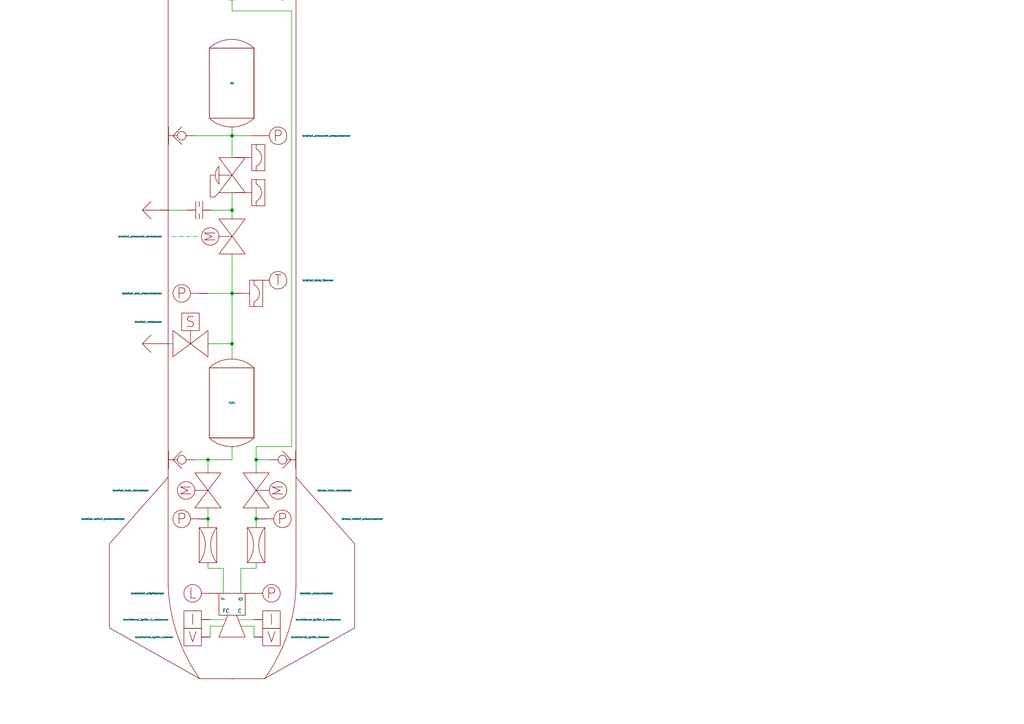
<source format=kicad_sch>
(kicad_sch (version 20231120) (generator "eeschema") (generator_version "8.0")
  (paper "A4")
  (lib_symbols
    (symbol "Label_1" (pin_names (offset 1.016))
      (property "Value" "Voltages" (at 0 0 0))
      (symbol "Label_1_0_0"
        (rectangle (start -12.319 3.556) (end 12.192 -3.556))
      )
    )
    (symbol "PnID-Lib:BurstDisc" (pin_numbers hide) (pin_names (offset 1.016))
      (property "Reference" "BurstDisc" (at 3.81 0.508 0))
      (symbol "BurstDisc_0_0"
        (rectangle (start -2.54 3.81) (end 1.27 -3.81))
        (arc (start -1.27 -2.54) (mid 0.2998 0) (end -1.27 2.54))
        (polyline (pts (xy -5.08 0) (xy -2.54 0)))
        (polyline (pts (xy -1.27 -3.81) (xy -1.27 -2.54)))
        (polyline (pts (xy -1.27 3.81) (xy -1.27 2.54)))
      )
      (symbol "BurstDisc_1_1"
        (pin bidirectional line (at -7.62 0 0) (length 2.54) (name "~") (number "~"))
      )
    )
    (symbol "PnID-Lib:Camera" (pin_names (offset 1.016))
      (property "Value" "Camera" (at 0 3.81 0))
      (symbol "Camera_0_1"
        (polyline (pts (xy 4.064 1.524) (xy 2.286 1.016)))
        (rectangle (start 2.286 2.286) (end -2.286 -2.286))
        (arc (start 4.064 -1.524) (mid 4.5823 0) (end 4.064 1.524))
      )
      (symbol "Camera_1_1"
        (polyline (pts (xy 2.286 -1.016) (xy 4.064 -1.524)))
      )
    )
    (symbol "PnID-Lib:CheckValve" (pin_numbers hide) (pin_names (offset 1.016))
      (property "Reference" "CheckValve" (at 0 -3.302 0))
      (symbol "CheckValve_0_0"
        (polyline (pts (xy 2.54 2.54) (xy 2.54 -2.54)))
        (polyline (pts (xy -2.54 2.54) (xy -2.54 -2.54) (xy 2.54 0) (xy -2.54 2.54)))
      )
      (symbol "CheckValve_1_1"
        (pin bidirectional line (at -2.54 0 0) (length 0) (name "~") (number "~"))
        (pin bidirectional line (at 2.54 0 180) (length 0) (name "~") (number "~"))
      )
    )
    (symbol "PnID-Lib:Engine" (pin_numbers hide) (pin_names (offset 1.016))
      (property "Reference" "Engine" (at 0 -11.43 0))
      (symbol "Engine_0_0"
        (rectangle (start -3.81 2.54) (end 3.81 -3.81))
        (polyline (pts (xy -1.27 -3.81) (xy -3.81 -10.16) (xy 3.81 -10.16) (xy 1.27 -3.81)))
      )
      (symbol "Engine_1_1"
        (pin bidirectional line (at 3.81 -2.54 180) (length 0) (name "C") (number "~"))
        (pin input line (at -2.54 2.54 270) (length 0) (name "F") (number "~"))
        (pin input line (at -3.81 -2.54 0) (length 0) (name "FC") (number "~"))
        (pin input line (at 2.54 2.54 270) (length 0) (name "O") (number "~"))
      )
    )
    (symbol "PnID-Lib:Flowchart_State" (pin_names (offset 1.016))
      (property "Value" "Flowchart_State" (at 0 0 0))
      (symbol "Flowchart_State_0_1"
        (rectangle (start -5.08 2.54) (end 5.08 -2.54))
      )
    )
    (symbol "PnID-Lib:Label" (pin_names (offset 1.016))
      (property "Value" "Label" (at 0 0 0))
      (symbol "Label_0_0"
        (rectangle (start -12.319 3.556) (end 12.192 -3.556))
      )
    )
    (symbol "PnID-Lib:Orifice" (pin_numbers hide) (pin_names (offset 1.016))
      (property "Reference" "Orifice" (at 0 -5.08 0))
      (symbol "Orifice_0_1"
        (polyline (pts (xy -1.016 2.54) (xy -1.016 -2.54)))
        (polyline (pts (xy 0 -2.54) (xy 0 -1.016)))
        (polyline (pts (xy 0 2.54) (xy 0 1.016)))
        (polyline (pts (xy 1.016 2.54) (xy 1.016 -2.54)))
      )
      (symbol "Orifice_1_1"
        (pin bidirectional line (at -3.556 0 0) (length 2.54) (name "~") (number "~"))
        (pin bidirectional line (at 3.556 0 180) (length 2.54) (name "~") (number "~"))
      )
    )
    (symbol "PnID-Lib:PressureRegulator" (pin_numbers hide) (pin_names (offset 1.016))
      (property "Reference" "PressureRegulator" (at 0 -5.08 0))
      (property "Value" "PressureRegulator" (at 0 -6.35 0))
      (symbol "PressureRegulator_0_0"
        (polyline (pts (xy -2.54 3.81) (xy 2.54 3.81)))
        (polyline (pts (xy 0 0) (xy 0 3.81)))
        (polyline (pts (xy -5.08 3.81) (xy -6.35 5.08) (xy -6.35 6.35) (xy 0 6.35) (xy 0 5.08)))
        (arc (start 2.54 3.81) (mid 0 4.8621) (end -2.54 3.81))
      )
      (symbol "PressureRegulator_1_1"
        (polyline (pts (xy 0 0) (xy -5.08 3.81) (xy -5.08 -3.81) (xy 0 0)))
        (polyline (pts (xy 5.08 3.81) (xy 0 0) (xy 5.08 -3.81) (xy 5.08 3.81)))
        (pin bidirectional line (at -5.08 0 0) (length 0) (name "~") (number "~"))
        (pin bidirectional line (at 5.08 0 180) (length 0) (name "~") (number "~"))
      )
    )
    (symbol "PnID-Lib:QuickConnect_Half" (pin_numbers hide) (pin_names (offset 1.016))
      (property "Reference" "QuickConnect" (at 0 -5.08 0))
      (property "Value" "QuickConnect_Half" (at 0 -7.62 0))
      (symbol "QuickConnect_Half_0_0"
        (circle (center -3.81 0) (radius 1.27))
        (polyline (pts (xy -1.27 0) (xy -3.81 -2.54)))
        (polyline (pts (xy -1.27 0) (xy -2.54 0)))
        (polyline (pts (xy 0 2.54) (xy 0 -2.54)))
        (polyline (pts (xy 0 0) (xy -1.27 0) (xy -3.81 2.54)))
      )
      (symbol "QuickConnect_Half_1_1"
        (pin bidirectional line (at -7.62 0 0) (length 2.54) (name "~") (number "~"))
      )
    )
    (symbol "PnID-Lib:Rocket_Big" (pin_names (offset 1.016))
      (property "Reference" "U" (at 0 17.526 0))
      (property "Value" "Rocket_Big" (at 0 -1.524 0))
      (symbol "Rocket_Big_0_1"
        (polyline (pts (xy -18.542 -282.702) (xy -18.542 -15.748)))
        (polyline (pts (xy 0 -309.88) (xy 9.398 -309.88)))
        (polyline (pts (xy 18.542 -282.702) (xy 18.542 -15.748)))
        (polyline (pts (xy 9.398 -309.88) (xy 35.56 -295.148) (xy 35.56 -270.764) (xy 18.542 -251.46)))
        (arc (start 18.542 -15.748) (mid 13.7941 13.2641) (end 0 39.37))
      )
      (symbol "Rocket_Big_1_1"
        (arc (start -18.542 -282.702) (mid -16.0339 -296.9921) (end -9.398 -309.88))
        (polyline (pts (xy -9.398 -309.88) (xy 0 -309.88)))
        (polyline (pts (xy -9.398 -309.88) (xy -35.56 -295.148) (xy -35.56 -270.764) (xy -18.542 -251.46)))
        (arc (start 0 39.37) (mid -13.6518 13.3198) (end -18.542 -15.748))
        (arc (start 9.398 -309.88) (mid 15.9522 -296.9648) (end 18.542 -282.702))
      )
    )
    (symbol "PnID-Lib:Rocket_Channel" (pin_names (offset 1.016))
      (property "Reference" "R" (at 0 1.27 0))
      (property "Value" "Rocket_Channel" (at 10.414 1.27 0))
      (property "Unit" " " (at 0 0 0))
      (property "Action_Reference" " " (at 0 0 0))
      (property "Data_Content" " " (at 0 0 0))
      (symbol "Rocket_Channel_0_1"
        (arc (start -1.27 -1.778) (mid -1.166 -3.0783) (end -0.762 -4.318))
        (polyline (pts (xy -1.27 4.572) (xy -1.27 -1.778)))
        (polyline (pts (xy 0.762 -4.318) (xy -0.762 -4.318)))
        (polyline (pts (xy 1.27 4.572) (xy 1.27 -1.778)))
        (polyline (pts (xy 0.762 -4.318) (xy 2.54 -3.048) (xy 2.54 -1.016) (xy 1.27 0)))
        (arc (start 0 8.382) (mid -0.9522 6.5827) (end -1.27 4.572))
      )
      (symbol "Rocket_Channel_1_1"
        (polyline (pts (xy -0.762 -4.318) (xy -2.54 -3.048) (xy -2.54 -1.016) (xy -1.27 0)))
        (arc (start 0.762 -4.318) (mid 1.1615 -3.0774) (end 1.27 -1.778))
        (arc (start 1.27 4.572) (mid 0.9522 6.5827) (end 0 8.382))
      )
    )
    (symbol "PnID-Lib:Sensor_Load" (pin_numbers hide) (pin_names (offset 1.016))
      (property "Reference" "Sensor_Load" (at 6.35 0.762 0))
      (property "Value" "Sensor_Load" (at 6.35 -0.762 0))
      (property "Data_Content" " " (at 0 0 0))
      (symbol "Sensor_Load_0_0"
        (polyline (pts (xy -5.08 0) (xy -2.54 0)))
        (circle (center 0 0) (radius 2.54))
        (text "L" (at 0 0 0) (effects (font (size 2.9972 2.9972))))
      )
      (symbol "Sensor_Load_1_1"
        (pin bidirectional line (at -7.62 0 0) (length 2.54) (name "~") (number "~"))
      )
    )
    (symbol "PnID-Lib:Sensor_Pressure" (pin_numbers hide) (pin_names (offset 1.016))
      (property "Reference" "Sensor_Pressure" (at 6.35 0.762 0))
      (property "Value" "Sensor_Pressure" (at 6.35 -0.762 0))
      (property "Data_Content" " " (at 0 0 0))
      (symbol "Sensor_Pressure_0_0"
        (polyline (pts (xy -5.08 0) (xy -2.54 0)))
        (circle (center 0 0) (radius 2.54))
        (text "P" (at 0 0 0) (effects (font (size 2.9972 2.9972))))
      )
      (symbol "Sensor_Pressure_1_1"
        (pin bidirectional line (at -7.62 0 0) (length 2.54) (name "~") (number "~"))
      )
    )
    (symbol "PnID-Lib:Sensor_Temperature" (pin_numbers hide) (pin_names (offset 1.016))
      (property "Reference" "Sensor_Temperature" (at 7.112 0.762 0))
      (property "Value" "Sensor_Temperature" (at 7.112 -0.762 0))
      (symbol "Sensor_Temperature_0_0"
        (polyline (pts (xy -5.08 0) (xy -2.54 0)))
        (text "T" (at 0 0 0) (effects (font (size 2.9972 2.9972))))
      )
      (symbol "Sensor_Temperature_0_1"
        (circle (center 0 0) (radius 2.54))
      )
      (symbol "Sensor_Temperature_1_1"
        (pin bidirectional line (at -7.62 0 0) (length 2.54) (name "~") (number "~"))
      )
    )
    (symbol "PnID-Lib:Tank_Slim" (pin_numbers hide) (pin_names (offset 1.016))
      (property "Reference" "Tank_Slim" (at 0 1.27 0))
      (property "Value" "Tank_Slim" (at 0 -1.27 0))
      (symbol "Tank_Slim_0_0"
        (polyline (pts (xy 6.35 10.16) (xy 6.35 -10.16)))
      )
      (symbol "Tank_Slim_0_1"
        (rectangle (start -6.604 -10.16) (end 6.35 10.16))
        (polyline (pts (xy -6.604 10.16) (xy -6.604 -10.16)))
        (polyline (pts (xy -6.35 -10.16) (xy 6.35 -10.16)))
        (polyline (pts (xy -6.35 10.16) (xy 6.35 10.16)))
        (arc (start 6.35 10.16) (mid -0.127 12.7008) (end -6.604 10.16))
      )
      (symbol "Tank_Slim_1_1"
        (arc (start -6.604 -10.16) (mid -0.127 -12.7008) (end 6.35 -10.16))
        (pin bidirectional line (at 0 -12.7 90) (length 0) (name "~") (number "~"))
        (pin bidirectional line (at 0 12.7 270) (length 0) (name "~") (number "~"))
      )
    )
    (symbol "PnID-Lib:Valve_Servo" (pin_numbers hide) (pin_names (offset 1.016))
      (property "Reference" "Valve_Servo" (at 0 -4.064 0))
      (property "Value" "Valve_Servo" (at 0 -5.334 0))
      (symbol "Valve_Servo_0_0"
        (polyline (pts (xy 0 0) (xy 0 3.81)))
        (circle (center 0 6.35) (radius 2.54))
        (text "M" (at 0 6.35 0) (effects (font (size 2.9972 2.9972))))
      )
      (symbol "Valve_Servo_0_1"
        (polyline (pts (xy 0 0) (xy -5.08 3.81) (xy -5.08 -3.81) (xy 0 0)))
      )
      (symbol "Valve_Servo_1_1"
        (polyline (pts (xy 5.08 3.81) (xy 0 0) (xy 5.08 -3.81) (xy 5.08 3.81)))
        (pin bidirectional line (at -5.08 0 0) (length 0) (name "~") (number "~"))
        (pin bidirectional line (at 5.08 0 180) (length 0) (name "~") (number "~"))
      )
    )
    (symbol "PnID-Lib:Valve_Solenoid_NO" (pin_numbers hide) (pin_names (offset 1.016))
      (property "Reference" "Valve_Solenoid" (at 0.254 -4.318 0))
      (property "Value" "Valve_Solenoid_NO" (at 0.254 -5.588 0))
      (symbol "Valve_Solenoid_NO_0_0"
        (rectangle (start -2.54 3.81) (end 2.54 8.89))
        (text "S" (at 0 6.35 0) (effects (font (size 2.9972 2.9972))))
      )
      (symbol "Valve_Solenoid_NO_0_1"
        (polyline (pts (xy 0 3.81) (xy 0 0)))
      )
      (symbol "Valve_Solenoid_NO_1_1"
        (polyline (pts (xy 0 0) (xy -5.08 3.81) (xy -5.08 -3.81) (xy 0 0)))
        (polyline (pts (xy 5.08 3.81) (xy 0 0) (xy 5.08 -3.81) (xy 5.08 3.81)))
        (pin bidirectional line (at -5.08 0 0) (length 0) (name "~") (number "~"))
        (pin bidirectional line (at 5.08 0 180) (length 0) (name "~") (number "~"))
      )
    )
    (symbol "PnID-Lib:Vent" (pin_numbers hide) (pin_names (offset 1.016))
      (property "Reference" "Vent" (at 2.54 1.27 0))
      (symbol "Vent_0_0"
        (polyline (pts (xy 0 0) (xy -5.08 0)))
        (polyline (pts (xy -2.54 2.54) (xy 0 0) (xy -2.54 -2.54)))
      )
      (symbol "Vent_1_1"
        (pin bidirectional line (at -7.62 0 0) (length 2.54) (name "~") (number "~"))
      )
    )
    (symbol "PnID-Lib:Venturi" (pin_numbers hide) (pin_names (offset 1.016))
      (property "Reference" "Venturi" (at 0 -5.08 0))
      (symbol "Venturi_0_0"
        (rectangle (start -5.08 2.54) (end 5.08 -2.54))
        (arc (start -5.08 2.54) (mid 0 0.758) (end 5.08 2.54))
        (arc (start 5.08 -2.54) (mid 0 -0.758) (end -5.08 -2.54))
      )
      (symbol "Venturi_1_1"
        (pin bidirectional line (at -5.08 0 0) (length 0) (name "~") (number "~"))
        (pin bidirectional line (at 5.08 0 180) (length 0) (name "~") (number "~"))
      )
    )
    (symbol "PnID-Lib:igniter" (pin_names (offset 1.016))
      (property "Value" "igniter" (at -5.08 0 0))
      (symbol "igniter_0_0"
        (text "I" (at 0 0 0) (effects (font (size 2.9972 2.9972))))
      )
      (symbol "igniter_0_1"
        (rectangle (start -2.54 2.54) (end 2.54 -2.54))
      )
      (symbol "igniter_1_1"
        (pin input line (at 5.08 0 180) (length 2.54) (name "~") (number "~"))
      )
    )
    (symbol "PnID-Lib:voltmeter" (pin_names (offset 1.016))
      (property "Value" "voltmeter" (at -5.08 0 0))
      (symbol "voltmeter_0_0"
        (text "V" (at 0 0 0) (effects (font (size 2.9972 2.9972))))
      )
      (symbol "voltmeter_0_1"
        (rectangle (start -2.54 2.54) (end 2.54 -2.54))
      )
      (symbol "voltmeter_1_1"
        (pin input line (at 5.08 0 180) (length 2.54) (name "~") (number "~"))
      )
    )
  )
  (junction (at 67.31 -68.58))
  (junction (at 67.31 -31.115))
  (junction (at 67.31 85.09))
  (junction (at 67.31 -44.45))
  (junction (at 60.325 150.495))
  (junction (at 67.31 39.37))
  (junction (at 60.325 133.35))
  (junction (at 74.295 150.495))
  (junction (at 67.31 60.96))
  (junction (at 67.31 99.695))
  (junction (at 74.295 133.35))
  (junction (at 67.31 -90.17))
  (wire (pts (xy 67.31 133.35) (xy 67.31 129.54)))
  (wire (pts (xy 67.31 73.66) (xy 67.31 85.09)))
  (wire (pts (xy 67.31 36.83) (xy 67.31 39.37)))
  (wire (pts (xy 67.31 -90.17) (xy 67.31 -83.82)))
  (wire (pts (xy 48.895 99.695) (xy 50.165 99.695)))
  (wire (pts (xy 61.341 60.96) (xy 67.31 60.96)))
  (wire (pts (xy 60.325 85.09) (xy 67.31 85.09)))
  (wire (pts (xy 74.295 147.32) (xy 74.295 150.495)))
  (wire (pts (xy 74.295 133.35) (xy 74.295 137.16)))
  (wire (pts (xy 84.582 129.54) (xy 74.295 129.54)))
  (wire (pts (xy 77.343 -60.96) (xy 78.613 -60.96)))
  (wire (pts (xy 69.215 179.705) (xy 73.66 179.705)))
  (wire (pts (xy 73.66 -22.86) (xy 74.295 -22.86)))
  (wire (pts (xy 48.895 60.96) (xy 54.229 60.96)))
  (wire (pts (xy 60.96 184.785) (xy 60.96 181.61)))
  (wire (pts (xy 60.325 164.846) (xy 64.77 164.846)))
  (wire (pts (xy 73.66 -2.54) (xy 74.295 -2.54)))
  (wire (pts (xy 81.407 -60.96) (xy 82.677 -60.96)))
  (wire (pts (xy 56.515 -90.17) (xy 67.31 -90.17)))
  (wire (pts (xy 67.31 -31.115) (xy 67.31 -25.4)))
  (wire (pts (xy 67.31 -73.66) (xy 67.31 -68.58)))
  (wire (pts (xy 73.025 39.37) (xy 67.31 39.37)))
  (wire (pts (xy 60.325 163.195) (xy 60.325 164.846)))
  (wire (pts (xy 61.341 -68.58) (xy 67.31 -68.58)))
  (wire (pts (xy 54.229 -68.58) (xy 48.895 -68.58)))
  (wire (pts (xy 67.31 196.85) (xy 67.31 197.104)))
  (wire (pts (xy 67.31 85.09) (xy 67.31 99.695)))
  (wire (pts (xy 69.85 164.846) (xy 74.295 164.846)))
  (wire (pts (xy 74.295 150.495) (xy 74.295 153.035)))
  (wire (pts (xy 67.31 55.88) (xy 67.31 60.96)))
  (wire (pts (xy 79.375 -60.96) (xy 80.645 -60.96)))
  (wire (pts (xy 69.85 164.846) (xy 69.85 172.085)))
  (wire (pts (xy 67.31 -46.99) (xy 67.31 -44.45)))
  (wire (pts (xy 67.31 39.37) (xy 67.31 45.72)))
  (wire (pts (xy 67.31 99.695) (xy 67.31 104.14)))
  (wire (pts (xy 67.31 -92.71) (xy 67.31 -90.17)))
  (wire (pts (xy 51.943 68.58) (xy 53.213 68.58)))
  (wire (pts (xy 60.96 181.61) (xy 64.77 181.61)))
  (wire (pts (xy 67.31 -44.45) (xy 67.31 -31.115)))
  (wire (pts (xy 60.325 133.35) (xy 60.325 137.16)))
  (wire (pts (xy 74.295 163.195) (xy 74.295 164.846)))
  (wire (pts (xy 74.295 -90.17) (xy 67.31 -90.17)))
  (wire (pts (xy 60.325 -44.45) (xy 67.31 -44.45)))
  (wire (pts (xy 60.96 179.705) (xy 65.405 179.705)))
  (wire (pts (xy 69.85 181.61) (xy 73.66 181.61)))
  (wire (pts (xy 74.295 133.35) (xy 78.105 133.35)))
  (wire (pts (xy 60.325 150.495) (xy 60.325 153.035)))
  (wire (pts (xy 84.582 3.175) (xy 67.31 3.175)))
  (wire (pts (xy 67.31 133.35) (xy 60.325 133.35)))
  (wire (pts (xy 84.455 -31.115) (xy 85.725 -31.115)))
  (wire (pts (xy 74.295 129.54) (xy 74.295 133.35)))
  (wire (pts (xy 56.515 39.37) (xy 67.31 39.37)))
  (wire (pts (xy 56.515 133.35) (xy 60.325 133.35)))
  (wire (pts (xy 64.77 164.846) (xy 64.77 172.085)))
  (wire (pts (xy 56.007 68.58) (xy 57.277 68.58)))
  (wire (pts (xy 67.31 0) (xy 67.31 3.175)))
  (wire (pts (xy 67.31 -68.58) (xy 67.31 -66.04)))
  (wire (pts (xy 49.911 68.58) (xy 51.181 68.58)))
  (wire (pts (xy 67.31 -31.115) (xy 74.295 -31.115)))
  (wire (pts (xy 60.325 147.32) (xy 60.325 150.495)))
  (wire (pts (xy 60.325 99.695) (xy 67.31 99.695)))
  (wire (pts (xy 67.31 60.96) (xy 67.31 63.5)))
  (wire (pts (xy 73.66 184.785) (xy 73.66 181.61)))
  (wire (pts (xy 53.975 68.58) (xy 55.245 68.58)))
  (wire (pts (xy 84.582 3.175) (xy 84.582 129.54)))
  (wire (pts (xy 67.31 -55.88) (xy 67.31 -52.07)))
  (wire (pts (xy 83.439 -60.96) (xy 84.709 -60.96)))
  (symbol (lib_id "PnID-Lib:Engine") (at 67.31 174.625 0) (unit 1)
    (property "Reference" "engine" (effects (hide yes)))
    (property "Value" "engine" (effects (hide yes)))
    (property "Action_Reference" " " (effects (hide yes)))
  )
  (symbol (lib_id "PnID-Lib:Sensor_Pressure") (at 78.74 172.085 0) (unit 1)
    (property "Reference" "chamber_pressure" (effects (hide yes)))
    (property "Value" "chamber_pressure:sensor" (at 86.995 172.085 0) (effects (font (size 0.508 0.508)) (justify left)))
    (property "Unit" "bar" (effects (hide yes)))
    (property "Action_Reference" " " (effects (hide yes)))
    (property "Data_Content" " " (at 75.9968 176.4792 0))
  )
  (symbol (lib_id "PnID-Lib:QuickConnect_Half") (at 85.725 133.35 0) (unit 1)
    (property "Reference" "ox_quick_connect" (effects (hide yes)))
    (property "Value" "ox_quick_connect" (effects (hide yes)))
  )
  (symbol (lib_id "PnID-Lib:Venturi") (at 74.295 158.115 270) (unit 1)
    (property "Reference" "ox_venturi" (effects (hide yes)))
    (property "Value" "lora:ox_venturi:sensor" (effects (hide yes)))
    (property "Unit" "%" (effects (hide yes)))
  )
  (symbol (lib_id "PnID-Lib:Sensor_Load") (at 55.88 172.085 180) (unit 1)
    (property "Reference" "thrust" (effects (hide yes)))
    (property "Value" "lora:rocket_weight:sensor" (at 47.625 172.085 0) (effects (font (size 0.508 0.508)) (justify left)))
    (property "Unit" "kg" (effects (hide yes)))
    (property "Action_Reference" " " (effects (hide yes)))
    (property "Data_Content" " " (at 58.6232 167.6908 0))
  )
  (symbol (lib_id "PnID-Lib:Vent") (at 41.275 99.695 180) (unit 1)
    (property "Reference" "Vent2" (effects (hide yes)))
    (property "Value" "Vent" (effects (hide yes)))
  )
  (symbol (lib_id "PnID-Lib:QuickConnect_Half") (at 48.895 -90.17 180) (unit 1)
    (property "Reference" "ox_quick_connect3" (effects (hide yes)))
    (property "Value" "ox_quick_connect" (effects (hide yes)))
  )
  (symbol (lib_id "PnID-Lib:PressureRegulator") (at 67.31 -78.74 90) (unit 1)
    (property "Reference" "pressurantPressureRegulator2" (effects (hide yes)))
    (property "Value" "pressurantPressureRegulator" (effects (hide yes)))
  )
  (symbol (lib_id "PnID-Lib:Flowchart_State") (at 97.155 -99.695 0) (unit 1)
    (property "Reference" "Ox" (at 97.155 -99.695 0))
    (property "Value" "lora:ox_rocket:sensor" (at 104.14 -99.695 0) (effects (justify left)))
  )
  (symbol (lib_id "PnID-Lib:BurstDisc") (at 75.565 -73.66 0) (unit 1)
    (property "Reference" "BurstDisc2" (effects (hide yes)))
    (property "Value" "BurstDisc" (effects (hide yes)))
  )
  (symbol (lib_id "PnID-Lib:Sensor_Pressure") (at 52.705 -44.45 180) (unit 1)
    (property "Reference" "ox_tank_pressure" (effects (hide yes)))
    (property "Value" "lora:ox_tank_pressure:sensor" (at 46.355 -44.45 0) (effects (font (size 0.508 0.508)) (justify left)))
    (property "Unit" "bar" (effects (hide yes)))
    (property "Action_Reference" " " (effects (hide yes)))
    (property "Data_Content" " " (effects (hide yes)))
  )
  (symbol (lib_id "PnID-Lib:Rocket_Big") (at 67.31 -113.03 0) (mirror y) (unit 1)
    (property "Reference" "U1" (effects (hide yes)))
    (property "Value" "Rocket_Big" (effects (hide yes)))
  )
  (symbol (lib_id "PnID-Lib:igniter") (at 78.74 179.705 180) (unit 1)
    (property "Reference" "igniter2" (effects (hide yes)))
    (property "Value" "lora:internal_igniter_2_cont:sensor" (at 85.725 179.705 0) (effects (font (size 0.508 0.508)) (justify right)))
    (property "Unit" "Ohm" (effects (hide yes)))
  )
  (symbol (lib_id "PnID-Lib:Tank_Slim") (at 67.31 -105.41 0) (unit 1)
    (property "Reference" "N2" (at 67.31 -105.41 0) (effects (font (size 0.508 0.508))))
    (property "Value" "N2" (effects (hide yes)))
    (property "Unit" "%" (effects (hide yes)))
    (property "Action_Reference" " " (effects (hide yes)))
    (property "Data_Content" " " (effects (hide yes)))
  )
  (symbol (lib_id "PnID-Lib:Camera") (at 58.42 -127 0) (mirror y) (unit 1)
    (property "Reference" "C7" (effects (hide yes)))
    (property "Value" "lora:camera1:sensor" (at 53.975 -121.92 0) (effects (justify right)))
  )
  (symbol (lib_id "PnID-Lib:Label") (at 26.67 -135.89 0) (unit 1)
    (property "Reference" "Logging" (effects (hide yes)))
    (property "Value" "Logging" (at 26.67 -135.89 0))
  )
  (symbol (lib_id "PnID-Lib:QuickConnect_Half") (at 48.895 133.35 180) (unit 1)
    (property "Reference" "ox_quick_connect1" (effects (hide yes)))
    (property "Value" "ox_quick_connect" (effects (hide yes)))
  )
  (symbol (lib_id "PnID-Lib:BurstDisc") (at 75.565 45.72 0) (unit 1)
    (property "Reference" "BurstDisc4" (effects (hide yes)))
    (property "Value" "BurstDisc" (effects (hide yes)))
  )
  (symbol (lib_id "PnID-Lib:QuickConnect_Half") (at 48.895 39.37 180) (unit 1)
    (property "Reference" "DewarQuickConnect1" (effects (hide yes)))
    (property "Value" "DewarQuickConnect" (effects (hide yes)))
  )
  (symbol (lib_id "PnID-Lib:Sensor_Temperature") (at 81.915 -48.26 0) (unit 1)
    (property "Reference" "ox_manifold_temperature" (effects (hide yes)))
    (property "Value" "lora:ox_temp_0:sensor" (at 87.63 -48.26 0) (effects (font (size 0.508 0.508)) (justify left)))
    (property "Unit" "˚C" (effects (hide yes)))
    (property "Action_Reference" " " (effects (hide yes)))
  )
  (symbol (lib_id "PnID-Lib:BurstDisc") (at 75.565 55.88 0) (unit 1)
    (property "Reference" "BurstDisc5" (effects (hide yes)))
    (property "Value" "BurstDisc" (effects (hide yes)))
  )
  (symbol (lib_id "PnID-Lib:Orifice") (at 57.785 60.96 0) (unit 1)
    (property "Reference" "Orifice2" (effects (hide yes)))
    (property "Value" "Orifice" (effects (hide yes)))
  )
  (symbol (lib_id "PnID-Lib:Sensor_Pressure") (at 52.705 150.495 180) (unit 1)
    (property "Reference" "fuel_venturi_pressure" (effects (hide yes)))
    (property "Value" "lora:fuel_venturi_pressure:sensor" (at 36.195 150.495 0) (effects (font (size 0.508 0.508)) (justify left)))
    (property "Unit" "bar" (effects (hide yes)))
    (property "Action_Reference" " " (effects (hide yes)))
    (property "Data_Content" " " (effects (hide yes)))
  )
  (symbol (lib_id "PnID-Lib:Vent") (at 93.345 -31.115 0) (unit 1)
    (property "Reference" "Vent1" (effects (hide yes)))
    (property "Value" "Vent" (effects (hide yes)))
  )
  (symbol (lib_id "PnID-Lib:voltmeter") (at 78.74 184.785 0) (mirror y) (unit 1)
    (property "Reference" "voltmeter2" (effects (hide yes)))
    (property "Value" "lora:internal_igniter_2:sensor" (at 84.328 184.785 0) (effects (font (size 0.508 0.508)) (justify right)))
    (property "Unit" "V" (effects (hide yes)))
  )
  (symbol (lib_id "PnID-Lib:CheckValve") (at 67.31 -49.53 270) (unit 1)
    (property "Reference" "CheckValve2" (effects (hide yes)))
    (property "Value" "CheckValve" (effects (hide yes)))
  )
  (symbol (lib_id "PnID-Lib:Valve_Solenoid_NO") (at 55.245 99.695 0) (unit 1)
    (property "Reference" "fuel_vent" (effects (hide yes)))
    (property "Value" "lora:fuel_vent:sensor" (at 46.99 93.345 0) (effects (font (size 0.508 0.508)) (justify right)))
    (property "Description" "%" (effects (hide yes)))
    (property "Action_Reference" " " (effects (hide yes)))
  )
  (symbol (lib_id "PnID-Lib:Sensor_Temperature") (at 81.915 -22.86 0) (unit 1)
    (property "Reference" "ox_tank_top_temperature" (effects (hide yes)))
    (property "Value" "lora:ox_temp_1:sensor" (at 87.63 -22.86 0) (effects (font (size 0.508 0.508)) (justify left)))
    (property "Unit" "˚C" (effects (hide yes)))
    (property "Action_Reference" " " (effects (hide yes)))
  )
  (symbol (lib_id "PnID-Lib:Label") (at 26.67 -126.365 0) (unit 1)
    (property "Reference" "ClearFlash" (effects (hide yes)))
    (property "Value" "Flash:Clear" (at 26.67 -126.365 0))
  )
  (symbol (lib_id "PnID-Lib:Valve_Servo") (at 74.295 142.24 270) (mirror x) (unit 1)
    (property "Reference" "ox_main_valve" (effects (hide yes)))
    (property "Value" "lora:ox_main_valve:sensor" (at 92.075 142.24 90) (effects (font (size 0.508 0.508)) (justify left)))
    (property "Unit" "%" (effects (hide yes)))
    (property "Action_Reference" " " (effects (hide yes)))
  )
  (symbol (lib_id "PnID-Lib:Sensor_Pressure") (at 52.705 85.09 180) (unit 1)
    (property "Reference" "fuel_tank_pressure" (effects (hide yes)))
    (property "Value" "lora:fuel_tank_pressure:sensor" (at 46.99 85.09 0) (effects (font (size 0.508 0.508)) (justify left)))
    (property "Unit" "bar" (effects (hide yes)))
    (property "Action_Reference" " " (effects (hide yes)))
    (property "Data_Content" " " (effects (hide yes)))
  )
  (symbol (lib_id "PnID-Lib:Valve_Solenoid_NO") (at 79.375 -31.115 0) (unit 1)
    (property "Reference" "ox_vent" (effects (hide yes)))
    (property "Value" "lora:ox_vent:sensor" (at 87.63 -37.465 0) (effects (font (size 0.508 0.508)) (justify left)))
    (property "Description" "%" (effects (hide yes)))
    (property "Action_Reference" " " (effects (hide yes)))
  )
  (symbol (lib_id "PnID-Lib:voltmeter") (at 55.88 184.785 0) (unit 1)
    (property "Reference" "voltmeter1" (effects (hide yes)))
    (property "Value" "lora:internal_igniter_1:sensor" (at 50.292 184.785 0) (effects (font (size 0.508 0.508)) (justify right)))
    (property "Unit" "V" (effects (hide yes)))
  )
  (symbol (lib_id "PnID-Lib:Tank_Slim") (at 67.31 24.13 0) (unit 1)
    (property "Reference" "N2" (at 67.31 24.13 0) (effects (font (size 0.508 0.508))))
    (property "Value" "N2" (effects (hide yes)))
    (property "Unit" "%" (effects (hide yes)))
    (property "Action_Reference" " " (effects (hide yes)))
    (property "Data_Content" " " (effects (hide yes)))
  )
  (symbol (lib_id "PnID-Lib:Valve_Servo") (at 67.31 68.58 90) (unit 1)
    (property "Reference" "fuel_pressurant_valve" (effects (hide yes)))
    (property "Value" "lora:fuel_pressurant_valve:sensor" (at 46.99 68.58 90) (effects (font (size 0.508 0.508)) (justify left)))
    (property "Unit" "%" (effects (hide yes)))
    (property "Action_Reference" " " (effects (hide yes)))
  )
  (symbol (lib_id "PnID-Lib:Sensor_Pressure") (at 80.645 39.37 0) (unit 1)
    (property "Reference" "fuel_pressurant_pressure" (effects (hide yes)))
    (property "Value" "lora:fuel_pressurant_pressure:sensor" (at 87.63 39.37 0) (effects (font (size 0.508 0.508)) (justify left)))
    (property "Unit" "bar" (effects (hide yes)))
    (property "Action_Reference" " " (effects (hide yes)))
    (property "Data_Content" " " (effects (hide yes)))
  )
  (symbol (lib_id "PnID-Lib:Sensor_Pressure") (at 81.915 150.495 0) (mirror x) (unit 1)
    (property "Reference" "ox_venturi_pressure" (effects (hide yes)))
    (property "Value" "lora:ox_venturi_pressure:sensor" (at 99.06 150.495 0) (effects (font (size 0.508 0.508)) (justify left)))
    (property "Unit" "bar" (effects (hide yes)))
    (property "Action_Reference" " " (effects (hide yes)))
    (property "Data_Content" " " (effects (hide yes)))
  )
  (symbol (lib_id "PnID-Lib:Tank_Slim") (at 67.31 116.84 0) (unit 1)
    (property "Reference" "FUEL" (at 67.31 116.84 0) (effects (font (size 0.508 0.508))))
    (property "Value" "tank" (effects (hide yes)))
    (property "Unit" "%" (effects (hide yes)))
    (property "Action_Reference" " " (effects (hide yes)))
    (property "Data_Content" " " (effects (hide yes)))
  )
  (symbol (lib_id "PnID-Lib:Vent") (at 41.275 -68.58 180) (unit 1)
    (property "Reference" "Vent4" (effects (hide yes)))
    (property "Value" "Vent" (effects (hide yes)))
  )
  (symbol (lib_id "PnID-Lib:Sensor_Temperature") (at 81.915 -2.54 0) (unit 1)
    (property "Reference" "ox_tank_bottom_temperature" (effects (hide yes)))
    (property "Value" "lora:fuel_temp_1:sensor" (at 87.63 -2.54 0) (effects (font (size 0.508 0.508)) (justify left)))
    (property "Unit" "˚C" (effects (hide yes)))
    (property "Action_Reference" " " (effects (hide yes)))
  )
  (symbol (lib_id "PnID-Lib:BurstDisc") (at 74.93 -44.45 0) (unit 1)
    (property "Reference" "BurstDisc1" (effects (hide yes)))
    (property "Value" "BurstDisc" (effects (hide yes)))
  )
  (symbol (lib_id "PnID-Lib:Vent") (at 41.275 60.96 180) (unit 1)
    (property "Reference" "Vent5" (effects (hide yes)))
    (property "Value" "Vent" (effects (hide yes)))
  )
  (symbol (lib_id "PnID-Lib:Venturi") (at 60.325 158.115 270) (unit 1)
    (property "Reference" "venturi1" (effects (hide yes)))
    (property "Value" "lora:venturi:sensor" (effects (hide yes)))
    (property "Unit" "%" (effects (hide yes)))
  )
  (symbol (lib_id "PnID-Lib:igniter") (at 55.88 179.705 0) (unit 1)
    (property "Reference" "igniter1" (effects (hide yes)))
    (property "Value" "lora:internal_igniter_1_cont:sensor" (at 48.895 179.705 0) (effects (font (size 0.508 0.508)) (justify right)))
    (property "Unit" "Ohm" (effects (hide yes)))
  )
  (symbol (lib_id "PnID-Lib:Valve_Servo") (at 67.31 -60.96 270) (mirror x) (unit 1)
    (property "Reference" "ox_pressurant_valve" (effects (hide yes)))
    (property "Value" "lora:ox_pressurant_valve:sensor" (at 87.63 -60.96 90) (effects (font (size 0.508 0.508)) (justify left bottom)))
    (property "Unit" "%" (effects (hide yes)))
    (property "Action_Reference" " " (effects (hide yes)))
  )
  (symbol (lib_id "PnID-Lib:BurstDisc") (at 74.93 85.09 0) (unit 1)
    (property "Reference" "BurstDisc6" (effects (hide yes)))
    (property "Value" "BurstDisc" (effects (hide yes)))
  )
  (symbol (lib_id "PnID-Lib:Label") (at 26.67 -116.84 0) (unit 1)
    (property "Reference" "LoraEnable" (effects (hide yes)))
    (property "Value" "LoraEnabled" (at 26.67 -116.84 0))
  )
  (symbol (lib_id "PnID-Lib:Camera") (at 76.2 -127 0) (unit 1)
    (property "Reference" "C6" (effects (hide yes)))
    (property "Value" "lora:camera2:sensor" (at 80.645 -121.92 0) (effects (justify right)))
  )
  (symbol (lib_id "PnID-Lib:Valve_Servo") (at 60.325 142.24 90) (unit 1)
    (property "Reference" "fuel_main_valve" (effects (hide yes)))
    (property "Value" "lora:fuel_main_valve:sensor" (at 43.18 142.24 90) (effects (font (size 0.508 0.508)) (justify left)))
    (property "Unit" "%" (effects (hide yes)))
    (property "Action_Reference" " " (effects (hide yes)))
  )
  (symbol (lib_id "PnID-Lib:Sensor_Pressure") (at 81.915 -90.17 0) (unit 1)
    (property "Reference" "ox_pressurant_pressure" (effects (hide yes)))
    (property "Value" "lora:ox_pressurant_pressure:sensor" (at 87.63 -90.17 0) (effects (font (size 0.508 0.508)) (justify left)))
    (property "Unit" "bar" (effects (hide yes)))
    (property "Action_Reference" " " (effects (hide yes)))
    (property "Data_Content" " " (effects (hide yes)))
  )
  (symbol (lib_id "PnID-Lib:PressureRegulator") (at 67.31 50.8 90) (unit 1)
    (property "Reference" "pressurantPressureRegulator1" (effects (hide yes)))
    (property "Value" "pressurantPressureRegulator" (effects (hide yes)))
  )
  (symbol (lib_id "PnID-Lib:Sensor_Temperature") (at 80.645 81.28 0) (unit 1)
    (property "Reference" "fuel_manifold_temperature" (effects (hide yes)))
    (property "Value" "lora:fuel_temp_0:sensor" (at 87.63 81.28 0) (effects (font (size 0.508 0.508)) (justify left)))
    (property "Unit" "˚C" (effects (hide yes)))
    (property "Action_Reference" " " (effects (hide yes)))
  )
  (symbol (lib_id "PnID-Lib:Orifice") (at 57.785 -68.58 0) (unit 1)
    (property "Reference" "Orifice1" (effects (hide yes)))
    (property "Value" "Orifice" (effects (hide yes)))
  )
  (symbol (lib_id "PnID-Lib:Tank_Slim") (at 67.31 -12.7 0) (unit 1)
    (property "Reference" "OX" (at 67.31 -12.7 0) (effects (font (size 0.508 0.508))))
    (property "Value" "tank" (effects (hide yes)))
    (property "Unit" "%" (effects (hide yes)))
    (property "Action_Reference" " " (effects (hide yes)))
    (property "Data_Content" " " (effects (hide yes)))
  )
  (symbol (lib_id "PnID-Lib:Rocket_Channel") (at 102.235 -118.745 0) (unit 1)
    (property "Reference" "R1" (effects (hide yes)))
    (property "Value" "lora:rocket:sensor" (at 106.68 -120.65 0) (effects (justify left)))
    (property "Unit" " " (at 106.299 -120.7771 0) (effects (justify left)))
    (property "Action_Reference" " " (at 106.299 -118.2371 0) (effects (justify left)))
    (property "Data_Content" " " (at 106.299 -115.6971 0) (effects (justify left)))
  )
  (symbol (lib_id "PnID-Lib:Flowchart_State") (at 97.155 -107.95 0) (unit 1)
    (property "Reference" "Fuel" (at 97.155 -107.95 0))
    (property "Value" "lora:fuel_rocket:sensor" (at 104.14 -107.95 0) (effects (justify left)))
  )
  (symbol (lib_id "PnID-Lib:BurstDisc") (at 75.565 -83.82 0) (unit 1)
    (property "Reference" "BurstDisc3" (effects (hide yes)))
    (property "Value" "BurstDisc" (effects (hide yes)))
  )
  (symbol (lib_id "PnID-Lib:Label") (at 26.67 -145.415 0) (unit 1)
    (property "Reference" "PI_Contollers" (effects (hide yes)))
    (property "Value" "pi_controllers" (at 26.67 -145.415 0))
  )
  (symbol (lib_name "Label_1") (lib_id "PnID-Lib:Label") (at 26.67 -107.315 0) (unit 1)
    (property "Reference" "Voltages" (effects (hide yes)))
    (property "Value" "RocketVoltages" (at 26.67 -107.315 0))
  )
)
</source>
